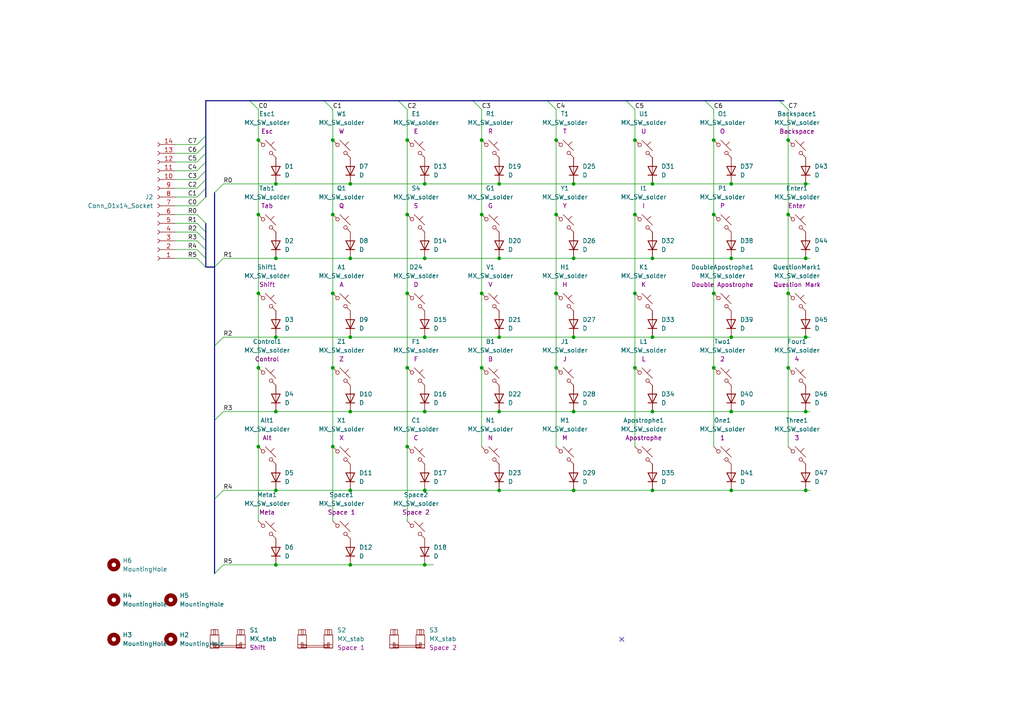
<source format=kicad_sch>
(kicad_sch (version 20230121) (generator eeschema)
  (paper "A4")
  (lib_symbols
    (symbol "Connector:Conn_01x14_Socket" (pin_names (offset 1.016) hide)
      (property "Reference" "J" (at 0 17.78 0))
      (property "Value" "Conn_01x14_Socket" (at 0 -20.32 0))
      (symbol "Conn_01x14_Socket_1_1"
        (arc (start 0 -17.272) (mid -0.5058 -17.78) (end 0 -18.288) (stroke (width 0.1524)))
        (arc (start 0 -14.732) (mid -0.5058 -15.24) (end 0 -15.748) (stroke (width 0.1524)))
        (arc (start 0 -12.192) (mid -0.5058 -12.7) (end 0 -13.208) (stroke (width 0.1524)))
        (arc (start 0 -9.652) (mid -0.5058 -10.16) (end 0 -10.668) (stroke (width 0.1524)))
        (arc (start 0 -7.112) (mid -0.5058 -7.62) (end 0 -8.128) (stroke (width 0.1524)))
        (arc (start 0 -4.572) (mid -0.5058 -5.08) (end 0 -5.588) (stroke (width 0.1524)))
        (arc (start 0 -2.032) (mid -0.5058 -2.54) (end 0 -3.048) (stroke (width 0.1524)))
        (polyline (pts (xy -1.27 -17.78) (xy -0.508 -17.78)) (stroke (width 0.1524)))
        (polyline (pts (xy -1.27 -15.24) (xy -0.508 -15.24)) (stroke (width 0.1524)))
        (polyline (pts (xy -1.27 -12.7) (xy -0.508 -12.7)) (stroke (width 0.1524)))
        (polyline (pts (xy -1.27 -10.16) (xy -0.508 -10.16)) (stroke (width 0.1524)))
        (polyline (pts (xy -1.27 -7.62) (xy -0.508 -7.62)) (stroke (width 0.1524)))
        (polyline (pts (xy -1.27 -5.08) (xy -0.508 -5.08)) (stroke (width 0.1524)))
        (polyline (pts (xy -1.27 -2.54) (xy -0.508 -2.54)) (stroke (width 0.1524)))
        (polyline (pts (xy -1.27 0) (xy -0.508 0)) (stroke (width 0.1524)))
        (polyline (pts (xy -1.27 2.54) (xy -0.508 2.54)) (stroke (width 0.1524)))
        (polyline (pts (xy -1.27 5.08) (xy -0.508 5.08)) (stroke (width 0.1524)))
        (polyline (pts (xy -1.27 7.62) (xy -0.508 7.62)) (stroke (width 0.1524)))
        (polyline (pts (xy -1.27 10.16) (xy -0.508 10.16)) (stroke (width 0.1524)))
        (polyline (pts (xy -1.27 12.7) (xy -0.508 12.7)) (stroke (width 0.1524)))
        (polyline (pts (xy -1.27 15.24) (xy -0.508 15.24)) (stroke (width 0.1524)))
        (arc (start 0 0.508) (mid -0.5058 0) (end 0 -0.508) (stroke (width 0.1524)))
        (arc (start 0 3.048) (mid -0.5058 2.54) (end 0 2.032) (stroke (width 0.1524)))
        (arc (start 0 5.588) (mid -0.5058 5.08) (end 0 4.572) (stroke (width 0.1524)))
        (arc (start 0 8.128) (mid -0.5058 7.62) (end 0 7.112) (stroke (width 0.1524)))
        (arc (start 0 10.668) (mid -0.5058 10.16) (end 0 9.652) (stroke (width 0.1524)))
        (arc (start 0 13.208) (mid -0.5058 12.7) (end 0 12.192) (stroke (width 0.1524)))
        (arc (start 0 15.748) (mid -0.5058 15.24) (end 0 14.732) (stroke (width 0.1524)))
        (pin passive line (at -5.08 15.24 0) (length 3.81) (name "Pin_1") (number "1"))
        (pin passive line (at -5.08 -7.62 0) (length 3.81) (name "Pin_10") (number "10"))
        (pin passive line (at -5.08 -10.16 0) (length 3.81) (name "Pin_11") (number "11"))
        (pin passive line (at -5.08 -12.7 0) (length 3.81) (name "Pin_12") (number "12"))
        (pin passive line (at -5.08 -15.24 0) (length 3.81) (name "Pin_13") (number "13"))
        (pin passive line (at -5.08 -17.78 0) (length 3.81) (name "Pin_14") (number "14"))
        (pin passive line (at -5.08 12.7 0) (length 3.81) (name "Pin_2") (number "2"))
        (pin passive line (at -5.08 10.16 0) (length 3.81) (name "Pin_3") (number "3"))
        (pin passive line (at -5.08 7.62 0) (length 3.81) (name "Pin_4") (number "4"))
        (pin passive line (at -5.08 5.08 0) (length 3.81) (name "Pin_5") (number "5"))
        (pin passive line (at -5.08 2.54 0) (length 3.81) (name "Pin_6") (number "6"))
        (pin passive line (at -5.08 0 0) (length 3.81) (name "Pin_7") (number "7"))
        (pin passive line (at -5.08 -2.54 0) (length 3.81) (name "Pin_8") (number "8"))
        (pin passive line (at -5.08 -5.08 0) (length 3.81) (name "Pin_9") (number "9"))
      )
    )
    (symbol "Device:D" (pin_numbers hide) (pin_names (offset 1.016) hide)
      (property "Reference" "D" (at 0 2.54 0))
      (property "Value" "D" (at 0 -2.54 0))
      (symbol "D_0_1"
        (polyline (pts (xy -1.27 1.27) (xy -1.27 -1.27)) (stroke (width 0.254)))
        (polyline (pts (xy 1.27 0) (xy -1.27 0)))
        (polyline (pts (xy 1.27 1.27) (xy 1.27 -1.27) (xy -1.27 0) (xy 1.27 1.27)) (stroke (width 0.254)))
      )
      (symbol "D_1_1"
        (pin passive line (at -3.81 0 0) (length 2.54) (name "K") (number "1"))
        (pin passive line (at 3.81 0 180) (length 2.54) (name "A") (number "2"))
      )
    )
    (symbol "Mechanical:MountingHole" (pin_names (offset 1.016))
      (property "Reference" "H" (at 0 5.08 0))
      (property "Value" "MountingHole" (at 0 3.175 0))
      (symbol "MountingHole_0_1"
        (circle (center 0 0) (radius 1.27) (stroke (width 1.27)))
      )
    )
    (symbol "PCM_marbastlib-mx:MX_SW_solder" (pin_numbers hide) (pin_names (offset 1.016) hide)
      (property "Reference" "MX" (at 3.048 1.016 0))
      (property "Value" "MX_SW_solder" (at 0 -3.81 0))
      (symbol "MX_SW_solder_0_1"
        (circle (center -1.1684 1.1684) (radius 0.508))
        (polyline (pts (xy -0.508 2.54) (xy 2.54 -0.508)))
        (polyline (pts (xy 1.016 1.016) (xy 2.032 2.032)))
        (polyline (pts (xy -2.54 2.54) (xy -1.524 1.524) (xy -1.524 1.524)))
        (polyline (pts (xy 1.524 -1.524) (xy 2.54 -2.54) (xy 2.54 -2.54) (xy 2.54 -2.54)))
        (circle (center 1.143 -1.1938) (radius 0.508))
        (pin passive line (at -2.54 2.54 0) (length 0) (name "1") (number "1"))
        (pin passive line (at 2.54 -2.54 180) (length 0) (name "2") (number "2"))
      )
    )
    (symbol "PCM_marbastlib-mx:MX_stab" (pin_names (offset 1.016))
      (property "Reference" "S" (at -5.08 6.35 0))
      (property "Value" "MX_stab" (at -5.08 3.81 0))
      (symbol "MX_stab_0_1"
        (rectangle (start -5.08 -1.524) (end -2.54 -2.54))
        (rectangle (start -5.08 1.27) (end -2.54 -2.54))
        (rectangle (start -4.826 2.794) (end -2.794 1.27))
        (rectangle (start -4.064 -2.286) (end -3.556 -1.016))
        (rectangle (start -4.064 -1.778) (end 4.064 -2.286))
        (rectangle (start -4.064 1.27) (end -3.556 2.794))
        (rectangle (start 2.54 -1.524) (end 5.08 -2.54))
        (rectangle (start 2.54 1.27) (end 5.08 -2.54))
        (rectangle (start 2.794 2.794) (end 4.826 1.27))
        (rectangle (start 3.556 1.27) (end 4.064 2.794))
        (rectangle (start 4.064 -2.286) (end 3.556 -1.016))
      )
    )
  )
  (junction (at 144.78 97.79))
  (junction (at 144.78 53.34))
  (junction (at 74.93 106.68))
  (junction (at 184.15 85.09))
  (junction (at 166.37 53.34))
  (junction (at 212.09 53.34))
  (junction (at 80.01 97.79))
  (junction (at 233.68 97.79))
  (junction (at 228.6 40.64))
  (junction (at 166.37 142.24))
  (junction (at 189.23 142.24))
  (junction (at 74.93 129.54))
  (junction (at 212.09 97.79))
  (junction (at 123.19 97.79))
  (junction (at 74.93 85.09))
  (junction (at 212.09 142.24))
  (junction (at 207.01 62.23))
  (junction (at 184.15 106.68))
  (junction (at 189.23 74.93))
  (junction (at 118.11 40.64))
  (junction (at 101.6 74.93))
  (junction (at 212.09 74.93))
  (junction (at 207.01 106.68))
  (junction (at 228.6 106.68))
  (junction (at 161.29 62.23))
  (junction (at 118.11 62.23))
  (junction (at 233.68 53.34))
  (junction (at 184.15 40.64))
  (junction (at 96.52 85.09))
  (junction (at 101.6 163.83))
  (junction (at 123.19 142.24))
  (junction (at 233.68 119.38))
  (junction (at 161.29 106.68))
  (junction (at 189.23 97.79))
  (junction (at 74.93 62.23))
  (junction (at 233.68 142.24))
  (junction (at 161.29 40.64))
  (junction (at 118.11 106.68))
  (junction (at 101.6 53.34))
  (junction (at 144.78 142.24))
  (junction (at 144.78 74.93))
  (junction (at 80.01 119.38))
  (junction (at 123.19 163.83))
  (junction (at 189.23 53.34))
  (junction (at 139.7 62.23))
  (junction (at 74.93 40.64))
  (junction (at 123.19 119.38))
  (junction (at 139.7 106.68))
  (junction (at 96.52 129.54))
  (junction (at 96.52 106.68))
  (junction (at 166.37 74.93))
  (junction (at 144.78 119.38))
  (junction (at 80.01 142.24))
  (junction (at 80.01 163.83))
  (junction (at 118.11 129.54))
  (junction (at 228.6 85.09))
  (junction (at 139.7 85.09))
  (junction (at 166.37 119.38))
  (junction (at 233.68 74.93))
  (junction (at 118.11 85.09))
  (junction (at 80.01 53.34))
  (junction (at 96.52 62.23))
  (junction (at 96.52 40.64))
  (junction (at 189.23 119.38))
  (junction (at 101.6 97.79))
  (junction (at 101.6 142.24))
  (junction (at 139.7 40.64))
  (junction (at 184.15 62.23))
  (junction (at 123.19 74.93))
  (junction (at 207.01 85.09))
  (junction (at 161.29 85.09))
  (junction (at 101.6 119.38))
  (junction (at 207.01 40.64))
  (junction (at 80.01 74.93))
  (junction (at 166.37 97.79))
  (junction (at 212.09 119.38))
  (junction (at 228.6 62.23))
  (junction (at 123.19 53.34))
  (no_connect (at 180.34 185.42))
  (bus_entry (at 59.69 41.91) (size -2.54 2.54))
  (bus_entry (at 137.16 29.21) (size 2.54 2.54))
  (bus_entry (at 62.23 121.92) (size 2.54 -2.54))
  (bus_entry (at 59.69 49.53) (size -2.54 2.54))
  (bus_entry (at 181.61 29.21) (size 2.54 2.54))
  (bus_entry (at 62.23 166.37) (size 2.54 -2.54))
  (bus_entry (at 57.15 74.93) (size 2.54 2.54))
  (bus_entry (at 59.69 46.99) (size -2.54 2.54))
  (bus_entry (at 57.15 72.39) (size 2.54 2.54))
  (bus_entry (at 62.23 55.88) (size 2.54 -2.54))
  (bus_entry (at 62.23 100.33) (size 2.54 -2.54))
  (bus_entry (at 59.69 54.61) (size -2.54 2.54))
  (bus_entry (at 57.15 69.85) (size 2.54 2.54))
  (bus_entry (at 72.39 29.21) (size 2.54 2.54))
  (bus_entry (at 226.06 29.21) (size 2.54 2.54))
  (bus_entry (at 62.23 77.47) (size 2.54 -2.54))
  (bus_entry (at 59.69 44.45) (size -2.54 2.54))
  (bus_entry (at 62.23 144.78) (size 2.54 -2.54))
  (bus_entry (at 57.15 62.23) (size 2.54 2.54))
  (bus_entry (at 115.57 29.21) (size 2.54 2.54))
  (bus_entry (at 93.98 29.21) (size 2.54 2.54))
  (bus_entry (at 59.69 57.15) (size -2.54 2.54))
  (bus_entry (at 57.15 64.77) (size 2.54 2.54))
  (bus_entry (at 59.69 39.37) (size -2.54 2.54))
  (bus_entry (at 204.47 29.21) (size 2.54 2.54))
  (bus_entry (at 59.69 52.07) (size -2.54 2.54))
  (bus_entry (at 158.75 29.21) (size 2.54 2.54))
  (bus_entry (at 57.15 67.31) (size 2.54 2.54))
  (wire (pts (xy 50.8 64.77) (xy 57.15 64.77)))
  (wire (pts (xy 212.09 74.93) (xy 233.68 74.93)))
  (wire (pts (xy 50.8 49.53) (xy 57.15 49.53)))
  (wire (pts (xy 144.78 74.93) (xy 166.37 74.93)))
  (wire (pts (xy 64.77 119.38) (xy 80.01 119.38)))
  (wire (pts (xy 166.37 119.38) (xy 189.23 119.38)))
  (wire (pts (xy 139.7 40.64) (xy 139.7 62.23)))
  (wire (pts (xy 189.23 53.34) (xy 212.09 53.34)))
  (wire (pts (xy 118.11 40.64) (xy 118.11 62.23)))
  (wire (pts (xy 166.37 97.79) (xy 189.23 97.79)))
  (wire (pts (xy 228.6 106.68) (xy 228.6 129.54)))
  (wire (pts (xy 50.8 72.39) (xy 57.15 72.39)))
  (wire (pts (xy 123.19 142.24) (xy 144.78 142.24)))
  (wire (pts (xy 80.01 97.79) (xy 101.6 97.79)))
  (wire (pts (xy 50.8 54.61) (xy 57.15 54.61)))
  (wire (pts (xy 233.68 97.79) (xy 234.95 97.79)))
  (bus (pts (xy 62.23 77.47) (xy 62.23 100.33)))
  (wire (pts (xy 123.19 74.93) (xy 144.78 74.93)))
  (wire (pts (xy 144.78 119.38) (xy 166.37 119.38)))
  (wire (pts (xy 166.37 74.93) (xy 189.23 74.93)))
  (wire (pts (xy 139.7 62.23) (xy 139.7 85.09)))
  (wire (pts (xy 161.29 62.23) (xy 161.29 85.09)))
  (bus (pts (xy 59.69 72.39) (xy 59.69 74.93)))
  (wire (pts (xy 233.68 142.24) (xy 234.95 142.24)))
  (wire (pts (xy 118.11 106.68) (xy 118.11 129.54)))
  (wire (pts (xy 184.15 40.64) (xy 184.15 62.23)))
  (wire (pts (xy 144.78 53.34) (xy 166.37 53.34)))
  (bus (pts (xy 226.06 29.21) (xy 227.33 29.21)))
  (wire (pts (xy 50.8 44.45) (xy 57.15 44.45)))
  (wire (pts (xy 74.93 62.23) (xy 74.93 85.09)))
  (bus (pts (xy 62.23 121.92) (xy 62.23 144.78)))
  (wire (pts (xy 144.78 97.79) (xy 166.37 97.79)))
  (wire (pts (xy 118.11 85.09) (xy 118.11 106.68)))
  (wire (pts (xy 228.6 62.23) (xy 228.6 85.09)))
  (bus (pts (xy 59.69 41.91) (xy 59.69 39.37)))
  (wire (pts (xy 189.23 142.24) (xy 212.09 142.24)))
  (wire (pts (xy 74.93 129.54) (xy 74.93 151.13)))
  (wire (pts (xy 50.8 59.69) (xy 57.15 59.69)))
  (bus (pts (xy 115.57 29.21) (xy 137.16 29.21)))
  (wire (pts (xy 74.93 85.09) (xy 74.93 106.68)))
  (bus (pts (xy 59.69 69.85) (xy 59.69 72.39)))
  (bus (pts (xy 59.69 74.93) (xy 59.69 77.47)))
  (wire (pts (xy 50.8 41.91) (xy 57.15 41.91)))
  (wire (pts (xy 80.01 163.83) (xy 101.6 163.83)))
  (bus (pts (xy 59.69 44.45) (xy 59.69 41.91)))
  (wire (pts (xy 123.19 119.38) (xy 144.78 119.38)))
  (wire (pts (xy 96.52 40.64) (xy 96.52 62.23)))
  (wire (pts (xy 144.78 142.24) (xy 166.37 142.24)))
  (wire (pts (xy 139.7 85.09) (xy 139.7 106.68)))
  (wire (pts (xy 207.01 106.68) (xy 207.01 129.54)))
  (wire (pts (xy 96.52 85.09) (xy 96.52 106.68)))
  (bus (pts (xy 62.23 55.88) (xy 62.23 77.47)))
  (wire (pts (xy 189.23 119.38) (xy 212.09 119.38)))
  (bus (pts (xy 59.69 64.77) (xy 59.69 67.31)))
  (wire (pts (xy 50.8 57.15) (xy 57.15 57.15)))
  (wire (pts (xy 184.15 62.23) (xy 184.15 85.09)))
  (bus (pts (xy 59.69 52.07) (xy 59.69 49.53)))
  (bus (pts (xy 137.16 29.21) (xy 158.75 29.21)))
  (wire (pts (xy 96.52 31.75) (xy 96.52 40.64)))
  (wire (pts (xy 96.52 129.54) (xy 96.52 151.13)))
  (wire (pts (xy 189.23 74.93) (xy 212.09 74.93)))
  (bus (pts (xy 72.39 29.21) (xy 93.98 29.21)))
  (wire (pts (xy 228.6 40.64) (xy 228.6 62.23)))
  (bus (pts (xy 93.98 29.21) (xy 115.57 29.21)))
  (bus (pts (xy 59.69 29.21) (xy 72.39 29.21)))
  (wire (pts (xy 80.01 119.38) (xy 101.6 119.38)))
  (bus (pts (xy 62.23 144.78) (xy 62.23 166.37)))
  (bus (pts (xy 59.69 67.31) (xy 59.69 69.85)))
  (wire (pts (xy 166.37 142.24) (xy 189.23 142.24)))
  (wire (pts (xy 74.93 40.64) (xy 74.93 62.23)))
  (wire (pts (xy 80.01 74.93) (xy 101.6 74.93)))
  (wire (pts (xy 101.6 142.24) (xy 123.19 142.24)))
  (wire (pts (xy 101.6 53.34) (xy 123.19 53.34)))
  (wire (pts (xy 228.6 31.75) (xy 228.6 40.64)))
  (wire (pts (xy 50.8 62.23) (xy 57.15 62.23)))
  (bus (pts (xy 59.69 49.53) (xy 59.69 46.99)))
  (wire (pts (xy 101.6 74.93) (xy 123.19 74.93)))
  (wire (pts (xy 64.77 163.83) (xy 80.01 163.83)))
  (wire (pts (xy 74.93 106.68) (xy 74.93 129.54)))
  (bus (pts (xy 181.61 29.21) (xy 204.47 29.21)))
  (wire (pts (xy 50.8 74.93) (xy 57.15 74.93)))
  (wire (pts (xy 189.23 97.79) (xy 212.09 97.79)))
  (wire (pts (xy 123.19 97.79) (xy 144.78 97.79)))
  (wire (pts (xy 64.77 74.93) (xy 80.01 74.93)))
  (wire (pts (xy 64.77 142.24) (xy 80.01 142.24)))
  (bus (pts (xy 62.23 100.33) (xy 62.23 121.92)))
  (wire (pts (xy 96.52 62.23) (xy 96.52 85.09)))
  (wire (pts (xy 207.01 62.23) (xy 207.01 85.09)))
  (wire (pts (xy 139.7 31.75) (xy 139.7 40.64)))
  (wire (pts (xy 80.01 142.24) (xy 101.6 142.24)))
  (wire (pts (xy 64.77 97.79) (xy 80.01 97.79)))
  (bus (pts (xy 59.69 57.15) (xy 59.69 54.61)))
  (wire (pts (xy 118.11 62.23) (xy 118.11 85.09)))
  (wire (pts (xy 184.15 31.75) (xy 184.15 40.64)))
  (wire (pts (xy 123.19 163.83) (xy 125.73 163.83)))
  (wire (pts (xy 161.29 40.64) (xy 161.29 62.23)))
  (wire (pts (xy 166.37 53.34) (xy 189.23 53.34)))
  (wire (pts (xy 64.77 53.34) (xy 80.01 53.34)))
  (wire (pts (xy 123.19 53.34) (xy 144.78 53.34)))
  (bus (pts (xy 59.69 77.47) (xy 62.23 77.47)))
  (wire (pts (xy 212.09 142.24) (xy 233.68 142.24)))
  (wire (pts (xy 118.11 31.75) (xy 118.11 40.64)))
  (bus (pts (xy 158.75 29.21) (xy 181.61 29.21)))
  (wire (pts (xy 50.8 69.85) (xy 57.15 69.85)))
  (bus (pts (xy 204.47 29.21) (xy 226.06 29.21)))
  (wire (pts (xy 96.52 106.68) (xy 96.52 129.54)))
  (bus (pts (xy 59.69 46.99) (xy 59.69 44.45)))
  (bus (pts (xy 59.69 54.61) (xy 59.69 52.07)))
  (bus (pts (xy 59.69 29.21) (xy 59.69 39.37)))
  (wire (pts (xy 74.93 31.75) (xy 74.93 40.64)))
  (wire (pts (xy 207.01 85.09) (xy 207.01 106.68)))
  (wire (pts (xy 233.68 119.38) (xy 234.95 119.38)))
  (wire (pts (xy 207.01 31.75) (xy 207.01 40.64)))
  (wire (pts (xy 161.29 31.75) (xy 161.29 40.64)))
  (wire (pts (xy 118.11 129.54) (xy 118.11 151.13)))
  (wire (pts (xy 212.09 97.79) (xy 233.68 97.79)))
  (wire (pts (xy 139.7 106.68) (xy 139.7 129.54)))
  (wire (pts (xy 212.09 119.38) (xy 233.68 119.38)))
  (wire (pts (xy 233.68 74.93) (xy 234.95 74.93)))
  (wire (pts (xy 184.15 85.09) (xy 184.15 106.68)))
  (wire (pts (xy 50.8 67.31) (xy 57.15 67.31)))
  (wire (pts (xy 80.01 53.34) (xy 101.6 53.34)))
  (wire (pts (xy 101.6 97.79) (xy 123.19 97.79)))
  (wire (pts (xy 161.29 85.09) (xy 161.29 106.68)))
  (wire (pts (xy 50.8 46.99) (xy 57.15 46.99)))
  (wire (pts (xy 233.68 53.34) (xy 234.95 53.34)))
  (wire (pts (xy 161.29 106.68) (xy 161.29 129.54)))
  (wire (pts (xy 207.01 40.64) (xy 207.01 62.23)))
  (wire (pts (xy 212.09 53.34) (xy 233.68 53.34)))
  (wire (pts (xy 50.8 52.07) (xy 57.15 52.07)))
  (wire (pts (xy 228.6 85.09) (xy 228.6 106.68)))
  (wire (pts (xy 101.6 163.83) (xy 123.19 163.83)))
  (wire (pts (xy 184.15 106.68) (xy 184.15 129.54)))
  (wire (pts (xy 101.6 119.38) (xy 123.19 119.38)))
  (label "C5" (at 57.15 46.99 180))
  (label "C7" (at 57.15 41.91 180))
  (label "C3" (at 57.15 52.07 180))
  (label "R0" (at 64.77 53.34 0))
  (label "C0" (at 57.15 59.69 180))
  (label "C4" (at 57.15 49.53 180))
  (label "R0" (at 57.15 62.23 180))
  (label "R1" (at 64.77 74.93 0))
  (label "R4" (at 64.77 142.24 0))
  (label "R5" (at 64.77 163.83 0))
  (label "C6" (at 207.01 31.75 0))
  (label "C0" (at 74.93 31.75 0))
  (label "C1" (at 96.52 31.75 0))
  (label "C1" (at 57.15 57.15 180))
  (label "R2" (at 64.77 97.79 0))
  (label "C3" (at 139.7 31.75 0))
  (label "R5" (at 57.15 74.93 180))
  (label "R3" (at 64.77 119.38 0))
  (label "R4" (at 57.15 72.39 180))
  (label "R3" (at 57.15 69.85 180))
  (label "C6" (at 57.15 44.45 180))
  (label "C2" (at 57.15 54.61 180))
  (label "C7" (at 228.6 31.75 0))
  (label "R1" (at 57.15 64.77 180))
  (label "C5" (at 184.15 31.75 0))
  (label "C2" (at 118.11 31.75 0))
  (label "R2" (at 57.15 67.31 180))
  (label "C4" (at 161.29 31.75 0))
  (symbol (lib_id "PCM_marbastlib-mx:MX_SW_solder") (at 231.14 43.18 0) (unit 1)
    (property "Reference" "Backspace1" (at 231.14 33.02 0))
    (property "Value" "MX_SW_solder" (at 231.14 35.56 0))
    (property "Footprint" "PCM_marbastlib-mx:SW_MX_1u" (effects hide))
    (property "Name" "Backspace" (at 231.14 38.1 0))
  )
  (symbol (lib_id "PCM_marbastlib-mx:MX_SW_solder") (at 231.14 109.22 0) (unit 1)
    (property "Reference" "Four1" (at 231.14 99.06 0))
    (property "Value" "MX_SW_solder" (at 231.14 101.6 0))
    (property "Footprint" "PCM_marbastlib-mx:SW_MX_1u" (effects hide))
    (property "Name" "4" (at 231.14 104.14 0))
  )
  (symbol (lib_id "PCM_marbastlib-mx:MX_SW_solder") (at 142.24 43.18 0) (unit 1)
    (property "Reference" "R1" (at 142.24 33.02 0))
    (property "Value" "MX_SW_solder" (at 142.24 35.56 0))
    (property "Footprint" "PCM_marbastlib-mx:SW_MX_1u" (effects hide))
    (property "Name" "R" (at 142.24 38.1 0))
  )
  (symbol (lib_id "PCM_marbastlib-mx:MX_SW_solder") (at 186.69 109.22 0) (unit 1)
    (property "Reference" "L1" (at 186.69 99.06 0))
    (property "Value" "MX_SW_solder" (at 186.69 101.6 0))
    (property "Footprint" "PCM_marbastlib-mx:SW_MX_1u" (effects hide))
    (property "Name" "L" (at 186.69 104.14 0))
  )
  (symbol (lib_id "Device:D") (at 80.01 160.02 90) (unit 1)
    (property "Reference" "D6" (at 82.55 158.75 90) (effects (justify right)))
    (property "Value" "D" (at 82.55 161.29 90) (effects (justify right)))
    (property "Footprint" "Diode_THT:D_DO-35_SOD27_P7.62mm_Horizontal" (effects hide))
    (property "Sim.Device" "D" (effects hide))
    (property "Sim.Pins" "1=K 2=A" (effects hide))
  )
  (symbol (lib_id "PCM_marbastlib-mx:MX_stab") (at 66.04 185.42 0) (unit 1)
    (property "Reference" "S1" (at 72.39 182.753 0) (effects (justify left)))
    (property "Value" "MX_stab" (at 72.39 185.293 0) (effects (justify left)))
    (property "Footprint" "PCM_marbastlib-mx:STAB_MX_P_2.25u" (effects hide))
    (property "Name" "Shift" (at 72.39 187.833 0) (effects (justify left)))
  )
  (symbol (lib_id "PCM_marbastlib-mx:MX_SW_solder") (at 77.47 87.63 0) (unit 1)
    (property "Reference" "Shift1" (at 77.47 77.47 0))
    (property "Value" "MX_SW_solder" (at 77.47 80.01 0))
    (property "Footprint" "PCM_Switch_Keyboard_Cherry_MX:SW_Cherry_MX_PCB_2.00u" (effects hide))
    (property "Name" "Shift" (at 77.47 82.55 0))
  )
  (symbol (lib_id "PCM_marbastlib-mx:MX_SW_solder") (at 120.65 64.77 0) (unit 1)
    (property "Reference" "S4" (at 120.65 54.61 0))
    (property "Value" "MX_SW_solder" (at 120.65 57.15 0))
    (property "Footprint" "PCM_marbastlib-mx:SW_MX_1u" (effects hide))
    (property "Name" "S" (at 120.65 59.69 0))
  )
  (symbol (lib_id "Device:D") (at 212.09 115.57 90) (unit 1)
    (property "Reference" "D40" (at 214.63 114.3 90) (effects (justify right)))
    (property "Value" "D" (at 214.63 116.84 90) (effects (justify right)))
    (property "Footprint" "Diode_THT:D_DO-35_SOD27_P7.62mm_Horizontal" (effects hide))
    (property "Sim.Device" "D" (effects hide))
    (property "Sim.Pins" "1=K 2=A" (effects hide))
  )
  (symbol (lib_id "Device:D") (at 166.37 115.57 90) (unit 1)
    (property "Reference" "D28" (at 168.91 114.3 90) (effects (justify right)))
    (property "Value" "D" (at 168.91 116.84 90) (effects (justify right)))
    (property "Footprint" "Diode_THT:D_DO-35_SOD27_P7.62mm_Horizontal" (effects hide))
    (property "Sim.Device" "D" (effects hide))
    (property "Sim.Pins" "1=K 2=A" (effects hide))
  )
  (symbol (lib_id "PCM_marbastlib-mx:MX_stab") (at 91.44 185.42 0) (unit 1)
    (property "Reference" "S2" (at 97.79 182.753 0) (effects (justify left)))
    (property "Value" "MX_stab" (at 97.79 185.293 0) (effects (justify left)))
    (property "Footprint" "PCM_marbastlib-mx:STAB_MX_P_2.75u" (effects hide))
    (property "Name" "Space 1" (at 97.79 187.833 0) (effects (justify left)))
  )
  (symbol (lib_id "Device:D") (at 80.01 93.98 90) (unit 1)
    (property "Reference" "D3" (at 82.55 92.71 90) (effects (justify right)))
    (property "Value" "D" (at 82.55 95.25 90) (effects (justify right)))
    (property "Footprint" "Diode_THT:D_DO-35_SOD27_P7.62mm_Horizontal" (effects hide))
    (property "Sim.Device" "D" (effects hide))
    (property "Sim.Pins" "1=K 2=A" (effects hide))
  )
  (symbol (lib_id "PCM_marbastlib-mx:MX_SW_solder") (at 142.24 87.63 0) (unit 1)
    (property "Reference" "V1" (at 142.24 77.47 0))
    (property "Value" "MX_SW_solder" (at 142.24 80.01 0))
    (property "Footprint" "PCM_marbastlib-mx:SW_MX_1u" (effects hide))
    (property "Name" "V" (at 142.24 82.55 0))
  )
  (symbol (lib_id "Mechanical:MountingHole") (at 49.53 173.99 0) (unit 1)
    (property "Reference" "H5" (at 52.07 172.72 0) (effects (justify left)))
    (property "Value" "MountingHole" (at 52.07 175.26 0) (effects (justify left)))
    (property "Footprint" "MountingHole:MountingHole_2.2mm_M2" (effects hide))
  )
  (symbol (lib_id "PCM_marbastlib-mx:MX_SW_solder") (at 163.83 87.63 0) (unit 1)
    (property "Reference" "H1" (at 163.83 77.47 0))
    (property "Value" "MX_SW_solder" (at 163.83 80.01 0))
    (property "Footprint" "PCM_marbastlib-mx:SW_MX_1u" (effects hide))
    (property "Name" "H" (at 163.83 82.55 0))
  )
  (symbol (lib_id "Mechanical:MountingHole") (at 33.02 163.83 0) (unit 1)
    (property "Reference" "H6" (at 35.56 162.56 0) (effects (justify left)))
    (property "Value" "MountingHole" (at 35.56 165.1 0) (effects (justify left)))
    (property "Footprint" "MountingHole:MountingHole_2.2mm_M2" (effects hide))
  )
  (symbol (lib_id "Device:D") (at 101.6 160.02 90) (unit 1)
    (property "Reference" "D12" (at 104.14 158.75 90) (effects (justify right)))
    (property "Value" "D" (at 104.14 161.29 90) (effects (justify right)))
    (property "Footprint" "Diode_THT:D_DO-35_SOD27_P7.62mm_Horizontal" (effects hide))
    (property "Sim.Device" "D" (effects hide))
    (property "Sim.Pins" "1=K 2=A" (effects hide))
  )
  (symbol (lib_id "PCM_marbastlib-mx:MX_SW_solder") (at 186.69 132.08 0) (unit 1)
    (property "Reference" "Apostrophe1" (at 186.69 121.92 0))
    (property "Value" "MX_SW_solder" (at 186.69 124.46 0))
    (property "Footprint" "PCM_marbastlib-mx:SW_MX_1u" (effects hide))
    (property "Name" "Apostrophe" (at 186.69 127 0))
  )
  (symbol (lib_id "PCM_marbastlib-mx:MX_SW_solder") (at 120.65 87.63 0) (unit 1)
    (property "Reference" "D24" (at 120.65 77.47 0))
    (property "Value" "MX_SW_solder" (at 120.65 80.01 0))
    (property "Footprint" "PCM_marbastlib-mx:SW_MX_1u" (effects hide))
    (property "Name" "D" (at 120.65 82.55 0))
  )
  (symbol (lib_id "PCM_marbastlib-mx:MX_SW_solder") (at 142.24 109.22 0) (unit 1)
    (property "Reference" "B1" (at 142.24 99.06 0))
    (property "Value" "MX_SW_solder" (at 142.24 101.6 0))
    (property "Footprint" "PCM_marbastlib-mx:SW_MX_1u" (effects hide))
    (property "Name" "B" (at 142.24 104.14 0))
  )
  (symbol (lib_id "PCM_marbastlib-mx:MX_SW_solder") (at 209.55 87.63 0) (unit 1)
    (property "Reference" "DoubleApostrophe1" (at 209.55 77.47 0))
    (property "Value" "MX_SW_solder" (at 209.55 80.01 0))
    (property "Footprint" "PCM_marbastlib-mx:SW_MX_1u" (effects hide))
    (property "Name" "Double Apostrophe" (at 209.55 82.55 0))
  )
  (symbol (lib_id "Device:D") (at 123.19 138.43 90) (unit 1)
    (property "Reference" "D17" (at 125.73 137.16 90) (effects (justify right)))
    (property "Value" "D" (at 125.73 139.7 90) (effects (justify right)))
    (property "Footprint" "Diode_THT:D_DO-35_SOD27_P7.62mm_Horizontal" (effects hide))
    (property "Sim.Device" "D" (effects hide))
    (property "Sim.Pins" "1=K 2=A" (effects hide))
  )
  (symbol (lib_id "PCM_marbastlib-mx:MX_SW_solder") (at 163.83 109.22 0) (unit 1)
    (property "Reference" "J1" (at 163.83 99.06 0))
    (property "Value" "MX_SW_solder" (at 163.83 101.6 0))
    (property "Footprint" "PCM_marbastlib-mx:SW_MX_1u" (effects hide))
    (property "Name" "J" (at 163.83 104.14 0))
  )
  (symbol (lib_id "Mechanical:MountingHole") (at 49.53 185.42 0) (unit 1)
    (property "Reference" "H2" (at 52.07 184.15 0) (effects (justify left)))
    (property "Value" "MountingHole" (at 52.07 186.69 0) (effects (justify left)))
    (property "Footprint" "MountingHole:MountingHole_2.2mm_M2" (effects hide))
  )
  (symbol (lib_id "PCM_marbastlib-mx:MX_stab") (at 118.11 185.42 0) (unit 1)
    (property "Reference" "S3" (at 124.46 182.753 0) (effects (justify left)))
    (property "Value" "MX_stab" (at 124.46 185.293 0) (effects (justify left)))
    (property "Footprint" "PCM_marbastlib-mx:STAB_MX_P_2u" (effects hide))
    (property "Name" "Space 2" (at 124.46 187.833 0) (effects (justify left)))
  )
  (symbol (lib_id "Device:D") (at 212.09 49.53 90) (unit 1)
    (property "Reference" "D37" (at 214.63 48.26 90) (effects (justify right)))
    (property "Value" "D" (at 214.63 50.8 90) (effects (justify right)))
    (property "Footprint" "Diode_THT:D_DO-35_SOD27_P7.62mm_Horizontal" (effects hide))
    (property "Sim.Device" "D" (effects hide))
    (property "Sim.Pins" "1=K 2=A" (effects hide))
  )
  (symbol (lib_id "Device:D") (at 123.19 160.02 90) (unit 1)
    (property "Reference" "D18" (at 125.73 158.75 90) (effects (justify right)))
    (property "Value" "D" (at 125.73 161.29 90) (effects (justify right)))
    (property "Footprint" "Diode_THT:D_DO-35_SOD27_P7.62mm_Horizontal" (effects hide))
    (property "Sim.Device" "D" (effects hide))
    (property "Sim.Pins" "1=K 2=A" (effects hide))
  )
  (symbol (lib_id "PCM_marbastlib-mx:MX_SW_solder") (at 186.69 43.18 0) (unit 1)
    (property "Reference" "U1" (at 186.69 33.02 0))
    (property "Value" "MX_SW_solder" (at 186.69 35.56 0))
    (property "Footprint" "PCM_marbastlib-mx:SW_MX_1u" (effects hide))
    (property "Name" "U" (at 186.69 38.1 0))
  )
  (symbol (lib_id "Device:D") (at 166.37 49.53 90) (unit 1)
    (property "Reference" "D25" (at 168.91 48.26 90) (effects (justify right)))
    (property "Value" "D" (at 168.91 50.8 90) (effects (justify right)))
    (property "Footprint" "Diode_THT:D_DO-35_SOD27_P7.62mm_Horizontal" (effects hide))
    (property "Sim.Device" "D" (effects hide))
    (property "Sim.Pins" "1=K 2=A" (effects hide))
  )
  (symbol (lib_id "PCM_marbastlib-mx:MX_SW_solder") (at 231.14 64.77 0) (unit 1)
    (property "Reference" "Enter1" (at 231.14 54.61 0))
    (property "Value" "MX_SW_solder" (at 231.14 57.15 0))
    (property "Footprint" "PCM_Switch_Keyboard_Cherry_MX:SW_Cherry_MX_PCB_1.75u" (effects hide))
    (property "Name" "Enter" (at 231.14 59.69 0))
  )
  (symbol (lib_id "PCM_marbastlib-mx:MX_SW_solder") (at 209.55 109.22 0) (unit 1)
    (property "Reference" "Two1" (at 209.55 99.06 0))
    (property "Value" "MX_SW_solder" (at 209.55 101.6 0))
    (property "Footprint" "PCM_marbastlib-mx:SW_MX_1u" (effects hide))
    (property "Name" "2" (at 209.55 104.14 0))
  )
  (symbol (lib_id "Device:D") (at 166.37 93.98 90) (unit 1)
    (property "Reference" "D27" (at 168.91 92.71 90) (effects (justify right)))
    (property "Value" "D" (at 168.91 95.25 90) (effects (justify right)))
    (property "Footprint" "Diode_THT:D_DO-35_SOD27_P7.62mm_Horizontal" (effects hide))
    (property "Sim.Device" "D" (effects hide))
    (property "Sim.Pins" "1=K 2=A" (effects hide))
  )
  (symbol (lib_id "Device:D") (at 101.6 115.57 90) (unit 1)
    (property "Reference" "D10" (at 104.14 114.3 90) (effects (justify right)))
    (property "Value" "D" (at 104.14 116.84 90) (effects (justify right)))
    (property "Footprint" "Diode_THT:D_DO-35_SOD27_P7.62mm_Horizontal" (effects hide))
    (property "Sim.Device" "D" (effects hide))
    (property "Sim.Pins" "1=K 2=A" (effects hide))
  )
  (symbol (lib_id "PCM_marbastlib-mx:MX_SW_solder") (at 163.83 132.08 0) (unit 1)
    (property "Reference" "M1" (at 163.83 121.92 0))
    (property "Value" "MX_SW_solder" (at 163.83 124.46 0))
    (property "Footprint" "PCM_marbastlib-mx:SW_MX_1u" (effects hide))
    (property "Name" "M" (at 163.83 127 0))
  )
  (symbol (lib_id "Mechanical:MountingHole") (at 33.02 185.42 0) (unit 1)
    (property "Reference" "H3" (at 35.56 184.15 0) (effects (justify left)))
    (property "Value" "MountingHole" (at 35.56 186.69 0) (effects (justify left)))
    (property "Footprint" "MountingHole:MountingHole_2.2mm_M2" (effects hide))
  )
  (symbol (lib_id "Device:D") (at 101.6 138.43 90) (unit 1)
    (property "Reference" "D11" (at 104.14 137.16 90) (effects (justify right)))
    (property "Value" "D" (at 104.14 139.7 90) (effects (justify right)))
    (property "Footprint" "Diode_THT:D_DO-35_SOD27_P7.62mm_Horizontal" (effects hide))
    (property "Sim.Device" "D" (effects hide))
    (property "Sim.Pins" "1=K 2=A" (effects hide))
  )
  (symbol (lib_id "PCM_marbastlib-mx:MX_SW_solder") (at 99.06 153.67 0) (unit 1)
    (property "Reference" "Space1" (at 99.06 143.51 0))
    (property "Value" "MX_SW_solder" (at 99.06 146.05 0))
    (property "Footprint" "PCM_Switch_Keyboard_Cherry_MX:SW_Cherry_MX_PCB_2.75u" (effects hide))
    (property "Name" "Space 1" (at 99.06 148.59 0))
  )
  (symbol (lib_id "PCM_marbastlib-mx:MX_SW_solder") (at 99.06 132.08 0) (unit 1)
    (property "Reference" "X1" (at 99.06 121.92 0))
    (property "Value" "MX_SW_solder" (at 99.06 124.46 0))
    (property "Footprint" "PCM_marbastlib-mx:SW_MX_1u" (effects hide))
    (property "Name" "X" (at 99.06 127 0))
  )
  (symbol (lib_id "Device:D") (at 144.78 115.57 90) (unit 1)
    (property "Reference" "D22" (at 147.32 114.3 90) (effects (justify right)))
    (property "Value" "D" (at 147.32 116.84 90) (effects (justify right)))
    (property "Footprint" "Diode_THT:D_DO-35_SOD27_P7.62mm_Horizontal" (effects hide))
    (property "Sim.Device" "D" (effects hide))
    (property "Sim.Pins" "1=K 2=A" (effects hide))
  )
  (symbol (lib_id "PCM_marbastlib-mx:MX_SW_solder") (at 77.47 43.18 0) (unit 1)
    (property "Reference" "Esc1" (at 77.47 33.02 0))
    (property "Value" "MX_SW_solder" (at 77.47 35.56 0))
    (property "Footprint" "PCM_marbastlib-mx:SW_MX_1u" (effects hide))
    (property "Name" "Esc" (at 77.47 38.1 0))
  )
  (symbol (lib_id "Device:D") (at 189.23 49.53 90) (unit 1)
    (property "Reference" "D31" (at 191.77 48.26 90) (effects (justify right)))
    (property "Value" "D" (at 191.77 50.8 90) (effects (justify right)))
    (property "Footprint" "Diode_THT:D_DO-35_SOD27_P7.62mm_Horizontal" (effects hide))
    (property "Sim.Device" "D" (effects hide))
    (property "Sim.Pins" "1=K 2=A" (effects hide))
  )
  (symbol (lib_id "Device:D") (at 101.6 49.53 90) (unit 1)
    (property "Reference" "D7" (at 104.14 48.26 90) (effects (justify right)))
    (property "Value" "D" (at 104.14 50.8 90) (effects (justify right)))
    (property "Footprint" "Diode_THT:D_DO-35_SOD27_P7.62mm_Horizontal" (effects hide))
    (property "Sim.Device" "D" (effects hide))
    (property "Sim.Pins" "1=K 2=A" (effects hide))
  )
  (symbol (lib_id "Device:D") (at 166.37 138.43 90) (unit 1)
    (property "Reference" "D29" (at 168.91 137.16 90) (effects (justify right)))
    (property "Value" "D" (at 168.91 139.7 90) (effects (justify right)))
    (property "Footprint" "Diode_THT:D_DO-35_SOD27_P7.62mm_Horizontal" (effects hide))
    (property "Sim.Device" "D" (effects hide))
    (property "Sim.Pins" "1=K 2=A" (effects hide))
  )
  (symbol (lib_id "Device:D") (at 189.23 93.98 90) (unit 1)
    (property "Reference" "D33" (at 191.77 92.71 90) (effects (justify right)))
    (property "Value" "D" (at 191.77 95.25 90) (effects (justify right)))
    (property "Footprint" "Diode_THT:D_DO-35_SOD27_P7.62mm_Horizontal" (effects hide))
    (property "Sim.Device" "D" (effects hide))
    (property "Sim.Pins" "1=K 2=A" (effects hide))
  )
  (symbol (lib_id "Device:D") (at 101.6 93.98 90) (unit 1)
    (property "Reference" "D9" (at 104.14 92.71 90) (effects (justify right)))
    (property "Value" "D" (at 104.14 95.25 90) (effects (justify right)))
    (property "Footprint" "Diode_THT:D_DO-35_SOD27_P7.62mm_Horizontal" (effects hide))
    (property "Sim.Device" "D" (effects hide))
    (property "Sim.Pins" "1=K 2=A" (effects hide))
  )
  (symbol (lib_id "PCM_marbastlib-mx:MX_SW_solder") (at 231.14 132.08 0) (unit 1)
    (property "Reference" "Three1" (at 231.14 121.92 0))
    (property "Value" "MX_SW_solder" (at 231.14 124.46 0))
    (property "Footprint" "PCM_marbastlib-mx:SW_MX_1u" (effects hide))
    (property "Name" "3" (at 231.14 127 0))
  )
  (symbol (lib_id "PCM_marbastlib-mx:MX_SW_solder") (at 77.47 153.67 0) (unit 1)
    (property "Reference" "Meta1" (at 77.47 143.51 0))
    (property "Value" "MX_SW_solder" (at 77.47 146.05 0))
    (property "Footprint" "PCM_marbastlib-mx:SW_MX_1u" (effects hide))
    (property "Name" "Meta" (at 77.47 148.59 0))
  )
  (symbol (lib_id "Device:D") (at 233.68 49.53 90) (unit 1)
    (property "Reference" "D43" (at 236.22 48.26 90) (effects (justify right)))
    (property "Value" "D" (at 236.22 50.8 90) (effects (justify right)))
    (property "Footprint" "Diode_THT:D_DO-35_SOD27_P7.62mm_Horizontal" (effects hide))
    (property "Sim.Device" "D" (effects hide))
    (property "Sim.Pins" "1=K 2=A" (effects hide))
  )
  (symbol (lib_id "PCM_marbastlib-mx:MX_SW_solder") (at 99.06 43.18 0) (unit 1)
    (property "Reference" "W1" (at 99.06 33.02 0))
    (property "Value" "MX_SW_solder" (at 99.06 35.56 0))
    (property "Footprint" "PCM_marbastlib-mx:SW_MX_1u" (effects hide))
    (property "Name" "W" (at 99.06 38.1 0))
  )
  (symbol (lib_id "PCM_marbastlib-mx:MX_SW_solder") (at 231.14 87.63 0) (unit 1)
    (property "Reference" "QuestionMark1" (at 231.14 77.47 0))
    (property "Value" "MX_SW_solder" (at 231.14 80.01 0))
    (property "Footprint" "PCM_marbastlib-mx:SW_MX_1u" (effects hide))
    (property "Name" "Question Mark" (at 231.14 82.55 0))
  )
  (symbol (lib_id "Device:D") (at 80.01 115.57 90) (unit 1)
    (property "Reference" "D4" (at 82.55 114.3 90) (effects (justify right)))
    (property "Value" "D" (at 82.55 116.84 90) (effects (justify right)))
    (property "Footprint" "Diode_THT:D_DO-35_SOD27_P7.62mm_Horizontal" (effects hide))
    (property "Sim.Device" "D" (effects hide))
    (property "Sim.Pins" "1=K 2=A" (effects hide))
  )
  (symbol (lib_id "PCM_marbastlib-mx:MX_SW_solder") (at 77.47 132.08 0) (unit 1)
    (property "Reference" "Alt1" (at 77.47 121.92 0))
    (property "Value" "MX_SW_solder" (at 77.47 124.46 0))
    (property "Footprint" "PCM_marbastlib-mx:SW_MX_1u" (effects hide))
    (property "Name" "Alt" (at 77.47 127 0))
  )
  (symbol (lib_id "Device:D") (at 212.09 71.12 90) (unit 1)
    (property "Reference" "D38" (at 214.63 69.85 90) (effects (justify right)))
    (property "Value" "D" (at 214.63 72.39 90) (effects (justify right)))
    (property "Footprint" "Diode_THT:D_DO-35_SOD27_P7.62mm_Horizontal" (effects hide))
    (property "Sim.Device" "D" (effects hide))
    (property "Sim.Pins" "1=K 2=A" (effects hide))
  )
  (symbol (lib_id "PCM_marbastlib-mx:MX_SW_solder") (at 99.06 109.22 0) (unit 1)
    (property "Reference" "Z1" (at 99.06 99.06 0))
    (property "Value" "MX_SW_solder" (at 99.06 101.6 0))
    (property "Footprint" "PCM_marbastlib-mx:SW_MX_1u" (effects hide))
    (property "Name" "Z" (at 99.06 104.14 0))
  )
  (symbol (lib_id "Device:D") (at 189.23 115.57 90) (unit 1)
    (property "Reference" "D34" (at 191.77 114.3 90) (effects (justify right)))
    (property "Value" "D" (at 191.77 116.84 90) (effects (justify right)))
    (property "Footprint" "Diode_THT:D_DO-35_SOD27_P7.62mm_Horizontal" (effects hide))
    (property "Sim.Device" "D" (effects hide))
    (property "Sim.Pins" "1=K 2=A" (effects hide))
  )
  (symbol (lib_id "PCM_marbastlib-mx:MX_SW_solder") (at 209.55 132.08 0) (unit 1)
    (property "Reference" "One1" (at 209.55 121.92 0))
    (property "Value" "MX_SW_solder" (at 209.55 124.46 0))
    (property "Footprint" "PCM_marbastlib-mx:SW_MX_1u" (effects hide))
    (property "Name" "1" (at 209.55 127 0))
  )
  (symbol (lib_id "Device:D") (at 144.78 138.43 90) (unit 1)
    (property "Reference" "D23" (at 147.32 137.16 90) (effects (justify right)))
    (property "Value" "D" (at 147.32 139.7 90) (effects (justify right)))
    (property "Footprint" "Diode_THT:D_DO-35_SOD27_P7.62mm_Horizontal" (effects hide))
    (property "Sim.Device" "D" (effects hide))
    (property "Sim.Pins" "1=K 2=A" (effects hide))
  )
  (symbol (lib_id "PCM_marbastlib-mx:MX_SW_solder") (at 77.47 64.77 0) (unit 1)
    (property "Reference" "Tab1" (at 77.47 54.61 0))
    (property "Value" "MX_SW_solder" (at 77.47 57.15 0))
    (property "Footprint" "PCM_Switch_Keyboard_Cherry_MX:SW_Cherry_MX_PCB_1.25u" (effects hide))
    (property "Name" "Tab" (at 77.47 59.69 0))
  )
  (symbol (lib_id "Device:D") (at 166.37 71.12 90) (unit 1)
    (property "Reference" "D26" (at 168.91 69.85 90) (effects (justify right)))
    (property "Value" "D" (at 168.91 72.39 90) (effects (justify right)))
    (property "Footprint" "Diode_THT:D_DO-35_SOD27_P7.62mm_Horizontal" (effects hide))
    (property "Sim.Device" "D" (effects hide))
    (property "Sim.Pins" "1=K 2=A" (effects hide))
  )
  (symbol (lib_id "PCM_marbastlib-mx:MX_SW_solder") (at 120.65 109.22 0) (unit 1)
    (property "Reference" "F1" (at 120.65 99.06 0))
    (property "Value" "MX_SW_solder" (at 120.65 101.6 0))
    (property "Footprint" "PCM_marbastlib-mx:SW_MX_1u" (effects hide))
    (property "Name" "F" (at 120.65 104.14 0))
  )
  (symbol (lib_id "Device:D") (at 233.68 115.57 90) (unit 1)
    (property "Reference" "D46" (at 236.22 114.3 90) (effects (justify right)))
    (property "Value" "D" (at 236.22 116.84 90) (effects (justify right)))
    (property "Footprint" "Diode_THT:D_DO-35_SOD27_P7.62mm_Horizontal" (effects hide))
    (property "Sim.Device" "D" (effects hide))
    (property "Sim.Pins" "1=K 2=A" (effects hide))
  )
  (symbol (lib_id "PCM_marbastlib-mx:MX_SW_solder") (at 142.24 132.08 0) (unit 1)
    (property "Reference" "N1" (at 142.24 121.92 0))
    (property "Value" "MX_SW_solder" (at 142.24 124.46 0))
    (property "Footprint" "PCM_marbastlib-mx:SW_MX_1u" (effects hide))
    (property "Name" "N" (at 142.24 127 0))
  )
  (symbol (lib_id "Device:D") (at 233.68 138.43 90) (unit 1)
    (property "Reference" "D47" (at 236.22 137.16 90) (effects (justify right)))
    (property "Value" "D" (at 236.22 139.7 90) (effects (justify right)))
    (property "Footprint" "Diode_THT:D_DO-35_SOD27_P7.62mm_Horizontal" (effects hide))
    (property "Sim.Device" "D" (effects hide))
    (property "Sim.Pins" "1=K 2=A" (effects hide))
  )
  (symbol (lib_id "PCM_marbastlib-mx:MX_SW_solder") (at 163.83 64.77 0) (unit 1)
    (property "Reference" "Y1" (at 163.83 54.61 0))
    (property "Value" "MX_SW_solder" (at 163.83 57.15 0))
    (property "Footprint" "PCM_marbastlib-mx:SW_MX_1u" (effects hide))
    (property "Name" "Y" (at 163.83 59.69 0))
  )
  (symbol (lib_id "Device:D") (at 144.78 71.12 90) (unit 1)
    (property "Reference" "D20" (at 147.32 69.85 90) (effects (justify right)))
    (property "Value" "D" (at 147.32 72.39 90) (effects (justify right)))
    (property "Footprint" "Diode_THT:D_DO-35_SOD27_P7.62mm_Horizontal" (effects hide))
    (property "Sim.Device" "D" (effects hide))
    (property "Sim.Pins" "1=K 2=A" (effects hide))
  )
  (symbol (lib_id "Device:D") (at 123.19 93.98 90) (unit 1)
    (property "Reference" "D15" (at 125.73 92.71 90) (effects (justify right)))
    (property "Value" "D" (at 125.73 95.25 90) (effects (justify right)))
    (property "Footprint" "Diode_THT:D_DO-35_SOD27_P7.62mm_Horizontal" (effects hide))
    (property "Sim.Device" "D" (effects hide))
    (property "Sim.Pins" "1=K 2=A" (effects hide))
  )
  (symbol (lib_id "PCM_marbastlib-mx:MX_SW_solder") (at 99.06 64.77 0) (unit 1)
    (property "Reference" "Q1" (at 99.06 54.61 0))
    (property "Value" "MX_SW_solder" (at 99.06 57.15 0))
    (property "Footprint" "PCM_marbastlib-mx:SW_MX_1u" (effects hide))
    (property "Name" "Q" (at 99.06 59.69 0))
  )
  (symbol (lib_id "PCM_marbastlib-mx:MX_SW_solder") (at 186.69 64.77 0) (unit 1)
    (property "Reference" "I1" (at 186.69 54.61 0))
    (property "Value" "MX_SW_solder" (at 186.69 57.15 0))
    (property "Footprint" "PCM_marbastlib-mx:SW_MX_1u" (effects hide))
    (property "Name" "I" (at 186.69 59.69 0))
  )
  (symbol (lib_id "Device:D") (at 101.6 71.12 90) (unit 1)
    (property "Reference" "D8" (at 104.14 69.85 90) (effects (justify right)))
    (property "Value" "D" (at 104.14 72.39 90) (effects (justify right)))
    (property "Footprint" "Diode_THT:D_DO-35_SOD27_P7.62mm_Horizontal" (effects hide))
    (property "Sim.Device" "D" (effects hide))
    (property "Sim.Pins" "1=K 2=A" (effects hide))
  )
  (symbol (lib_id "Device:D") (at 123.19 71.12 90) (unit 1)
    (property "Reference" "D14" (at 125.73 69.85 90) (effects (justify right)))
    (property "Value" "D" (at 125.73 72.39 90) (effects (justify right)))
    (property "Footprint" "Diode_THT:D_DO-35_SOD27_P7.62mm_Horizontal" (effects hide))
    (property "Sim.Device" "D" (effects hide))
    (property "Sim.Pins" "1=K 2=A" (effects hide))
  )
  (symbol (lib_id "PCM_marbastlib-mx:MX_SW_solder") (at 209.55 64.77 0) (unit 1)
    (property "Reference" "P1" (at 209.55 54.61 0))
    (property "Value" "MX_SW_solder" (at 209.55 57.15 0))
    (property "Footprint" "PCM_marbastlib-mx:SW_MX_1u" (effects hide))
    (property "Name" "P" (at 209.55 59.69 0))
  )
  (symbol (lib_id "Device:D") (at 212.09 93.98 90) (unit 1)
    (property "Reference" "D39" (at 214.63 92.71 90) (effects (justify right)))
    (property "Value" "D" (at 214.63 95.25 90) (effects (justify right)))
    (property "Footprint" "Diode_THT:D_DO-35_SOD27_P7.62mm_Horizontal" (effects hide))
    (property "Sim.Device" "D" (effects hide))
    (property "Sim.Pins" "1=K 2=A" (effects hide))
  )
  (symbol (lib_id "PCM_marbastlib-mx:MX_SW_solder") (at 120.65 43.18 0) (unit 1)
    (property "Reference" "E1" (at 120.65 33.02 0))
    (property "Value" "MX_SW_solder" (at 120.65 35.56 0))
    (property "Footprint" "PCM_marbastlib-mx:SW_MX_1u" (effects hide))
    (property "Name" "E" (at 120.65 38.1 0))
  )
  (symbol (lib_id "Device:D") (at 123.19 49.53 90) (unit 1)
    (property "Reference" "D13" (at 125.73 48.26 90) (effects (justify right)))
    (property "Value" "D" (at 125.73 50.8 90) (effects (justify right)))
    (property "Footprint" "Diode_THT:D_DO-35_SOD27_P7.62mm_Horizontal" (effects hide))
    (property "Sim.Device" "D" (effects hide))
    (property "Sim.Pins" "1=K 2=A" (effects hide))
  )
  (symbol (lib_id "Device:D") (at 144.78 93.98 90) (unit 1)
    (property "Reference" "D21" (at 147.32 92.71 90) (effects (justify right)))
    (property "Value" "D" (at 147.32 95.25 90) (effects (justify right)))
    (property "Footprint" "Diode_THT:D_DO-35_SOD27_P7.62mm_Horizontal" (effects hide))
    (property "Sim.Device" "D" (effects hide))
    (property "Sim.Pins" "1=K 2=A" (effects hide))
  )
  (symbol (lib_id "Connector:Conn_01x14_Socket") (at 45.72 59.69 180) (unit 1)
    (property "Reference" "J2" (at 44.45 57.15 0) (effects (justify left)))
    (property "Value" "Conn_01x14_Socket" (at 44.45 59.69 0) (effects (justify left)))
    (property "Footprint" "Connector_PinHeader_2.54mm:PinHeader_1x14_P2.54mm_Vertical" (effects hide))
  )
  (symbol (lib_id "PCM_marbastlib-mx:MX_SW_solder") (at 186.69 87.63 0) (unit 1)
    (property "Reference" "K1" (at 186.69 77.47 0))
    (property "Value" "MX_SW_solder" (at 186.69 80.01 0))
    (property "Footprint" "PCM_marbastlib-mx:SW_MX_1u" (effects hide))
    (property "Name" "K" (at 186.69 82.55 0))
  )
  (symbol (lib_id "Device:D") (at 189.23 138.43 90) (unit 1)
    (property "Reference" "D35" (at 191.77 137.16 90) (effects (justify right)))
    (property "Value" "D" (at 191.77 139.7 90) (effects (justify right)))
    (property "Footprint" "Diode_THT:D_DO-35_SOD27_P7.62mm_Horizontal" (effects hide))
    (property "Sim.Device" "D" (effects hide))
    (property "Sim.Pins" "1=K 2=A" (effects hide))
  )
  (symbol (lib_id "Device:D") (at 233.68 71.12 90) (unit 1)
    (property "Reference" "D44" (at 236.22 69.85 90) (effects (justify right)))
    (property "Value" "D" (at 236.22 72.39 90) (effects (justify right)))
    (property "Footprint" "Diode_THT:D_DO-35_SOD27_P7.62mm_Horizontal" (effects hide))
    (property "Sim.Device" "D" (effects hide))
    (property "Sim.Pins" "1=K 2=A" (effects hide))
  )
  (symbol (lib_id "PCM_marbastlib-mx:MX_SW_solder") (at 209.55 43.18 0) (unit 1)
    (property "Reference" "O1" (at 209.55 33.02 0))
    (property "Value" "MX_SW_solder" (at 209.55 35.56 0))
    (property "Footprint" "PCM_marbastlib-mx:SW_MX_1u" (effects hide))
    (property "Name" "O" (at 209.55 38.1 0))
  )
  (symbol (lib_id "Device:D") (at 189.23 71.12 90) (unit 1)
    (property "Reference" "D32" (at 191.77 69.85 90) (effects (justify right)))
    (property "Value" "D" (at 191.77 72.39 90) (effects (justify right)))
    (property "Footprint" "Diode_THT:D_DO-35_SOD27_P7.62mm_Horizontal" (effects hide))
    (property "Sim.Device" "D" (effects hide))
    (property "Sim.Pins" "1=K 2=A" (effects hide))
  )
  (symbol (lib_id "Device:D") (at 123.19 115.57 90) (unit 1)
    (property "Reference" "D16" (at 125.73 114.3 90) (effects (justify right)))
    (property "Value" "D" (at 125.73 116.84 90) (effects (justify right)))
    (property "Footprint" "Diode_THT:D_DO-35_SOD27_P7.62mm_Horizontal" (effects hide))
    (property "Sim.Device" "D" (effects hide))
    (property "Sim.Pins" "1=K 2=A" (effects hide))
  )
  (symbol (lib_id "Device:D") (at 212.09 138.43 90) (unit 1)
    (property "Reference" "D41" (at 214.63 137.16 90) (effects (justify right)))
    (property "Value" "D" (at 214.63 139.7 90) (effects (justify right)))
    (property "Footprint" "Diode_THT:D_DO-35_SOD27_P7.62mm_Horizontal" (effects hide))
    (property "Sim.Device" "D" (effects hide))
    (property "Sim.Pins" "1=K 2=A" (effects hide))
  )
  (symbol (lib_id "Device:D") (at 80.01 49.53 90) (unit 1)
    (property "Reference" "D1" (at 82.55 48.26 90) (effects (justify right)))
    (property "Value" "D" (at 82.55 50.8 90) (effects (justify right)))
    (property "Footprint" "Diode_THT:D_DO-35_SOD27_P7.62mm_Horizontal" (effects hide))
    (property "Sim.Device" "D" (effects hide))
    (property "Sim.Pins" "1=K 2=A" (effects hide))
  )
  (symbol (lib_id "Mechanical:MountingHole") (at 33.02 173.99 0) (unit 1)
    (property "Reference" "H4" (at 35.56 172.72 0) (effects (justify left)))
    (property "Value" "MountingHole" (at 35.56 175.26 0) (effects (justify left)))
    (property "Footprint" "MountingHole:MountingHole_2.2mm_M2" (effects hide))
  )
  (symbol (lib_id "Device:D") (at 144.78 49.53 90) (unit 1)
    (property "Reference" "D19" (at 147.32 48.26 90) (effects (justify right)))
    (property "Value" "D" (at 147.32 50.8 90) (effects (justify right)))
    (property "Footprint" "Diode_THT:D_DO-35_SOD27_P7.62mm_Horizontal" (effects hide))
    (property "Sim.Device" "D" (effects hide))
    (property "Sim.Pins" "1=K 2=A" (effects hide))
  )
  (symbol (lib_id "Device:D") (at 233.68 93.98 90) (unit 1)
    (property "Reference" "D45" (at 236.22 92.71 90) (effects (justify right)))
    (property "Value" "D" (at 236.22 95.25 90) (effects (justify right)))
    (property "Footprint" "Diode_THT:D_DO-35_SOD27_P7.62mm_Horizontal" (effects hide))
    (property "Sim.Device" "D" (effects hide))
    (property "Sim.Pins" "1=K 2=A" (effects hide))
  )
  (symbol (lib_id "PCM_marbastlib-mx:MX_SW_solder") (at 99.06 87.63 0) (unit 1)
    (property "Reference" "A1" (at 99.06 77.47 0))
    (property "Value" "MX_SW_solder" (at 99.06 80.01 0))
    (property "Footprint" "PCM_marbastlib-mx:SW_MX_1u" (effects hide))
    (property "Name" "A" (at 99.06 82.55 0))
  )
  (symbol (lib_id "PCM_marbastlib-mx:MX_SW_solder") (at 142.24 64.77 0) (unit 1)
    (property "Reference" "G1" (at 142.24 54.61 0))
    (property "Value" "MX_SW_solder" (at 142.24 57.15 0))
    (property "Footprint" "PCM_marbastlib-mx:SW_MX_1u" (effects hide))
    (property "Name" "G" (at 142.24 59.69 0))
  )
  (symbol (lib_id "PCM_marbastlib-mx:MX_SW_solder") (at 163.83 43.18 0) (unit 1)
    (property "Reference" "T1" (at 163.83 33.02 0))
    (property "Value" "MX_SW_solder" (at 163.83 35.56 0))
    (property "Footprint" "PCM_marbastlib-mx:SW_MX_1u" (effects hide))
    (property "Name" "T" (at 163.83 38.1 0))
  )
  (symbol (lib_id "Device:D") (at 80.01 138.43 90) (unit 1)
    (property "Reference" "D5" (at 82.55 137.16 90) (effects (justify right)))
    (property "Value" "D" (at 82.55 139.7 90) (effects (justify right)))
    (property "Footprint" "Diode_THT:D_DO-35_SOD27_P7.62mm_Horizontal" (effects hide))
    (property "Sim.Device" "D" (effects hide))
    (property "Sim.Pins" "1=K 2=A" (effects hide))
  )
  (symbol (lib_id "PCM_marbastlib-mx:MX_SW_solder") (at 77.47 109.22 0) (unit 1)
    (property "Reference" "Control1" (at 77.47 99.06 0))
    (property "Value" "MX_SW_solder" (at 77.47 101.6 0))
    (property "Footprint" "PCM_marbastlib-mx:SW_MX_1u" (effects hide))
    (property "Name" "Control" (at 77.47 104.14 0))
  )
  (symbol (lib_id "PCM_marbastlib-mx:MX_SW_solder") (at 120.65 153.67 0) (unit 1)
    (property "Reference" "Space2" (at 120.65 143.51 0))
    (property "Value" "MX_SW_solder" (at 120.65 146.05 0))
    (property "Footprint" "PCM_Switch_Keyboard_Cherry_MX:SW_Cherry_MX_PCB_1.75u" (effects hide))
    (property "Name" "Space 2" (at 120.65 148.59 0))
  )
  (symbol (lib_id "Device:D") (at 80.01 71.12 90) (unit 1)
    (property "Reference" "D2" (at 82.55 69.85 90) (effects (justify right)))
    (property "Value" "D" (at 82.55 72.39 90) (effects (justify right)))
    (property "Footprint" "Diode_THT:D_DO-35_SOD27_P7.62mm_Horizontal" (effects hide))
    (property "Sim.Device" "D" (effects hide))
    (property "Sim.Pins" "1=K 2=A" (effects hide))
  )
  (symbol (lib_id "PCM_marbastlib-mx:MX_SW_solder") (at 120.65 132.08 0) (unit 1)
    (property "Reference" "C1" (at 120.65 121.92 0))
    (property "Value" "MX_SW_solder" (at 120.65 124.46 0))
    (property "Footprint" "PCM_marbastlib-mx:SW_MX_1u" (effects hide))
    (property "Name" "C" (at 120.65 127 0))
  )
)
</source>
